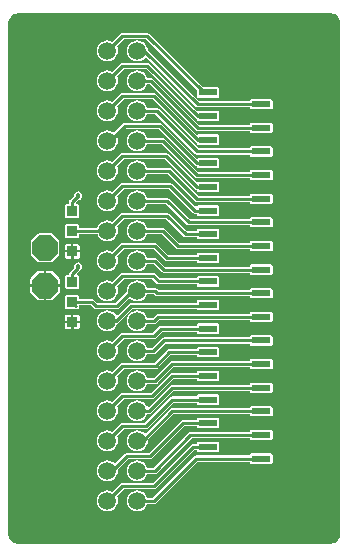
<source format=gtl>
%FSDAX24Y24*%
%MOIN*%
%SFA1B1*%

%IPPOS*%
%AMD13*
4,1,8,-0.017600,0.042500,-0.042500,0.017600,-0.042500,-0.017600,-0.017600,-0.042500,0.017600,-0.042500,0.042500,-0.017600,0.042500,0.017600,0.017600,0.042500,-0.017600,0.042500,0.0*
%
%ADD10C,0.010000*%
%ADD11R,0.037400X0.035430*%
%ADD12R,0.064960X0.023620*%
G04~CAMADD=13~4~0.0~0.0~850.0~850.0~0.0~249.0~0~0.0~0.0~0.0~0.0~0~0.0~0.0~0.0~0.0~0~0.0~0.0~0.0~45.0~850.0~850.0*
%ADD13D13*%
%ADD14C,0.118110*%
%ADD15C,0.059050*%
%ADD16C,0.018000*%
%LN32pinffc_breakout_pcb-1*%
%LPD*%
G36*
X052500Y042196D02*
X052562Y042170D01*
X052617Y042133*
X052665Y042086*
X052702Y042030*
X052727Y041969*
X052740Y041903*
Y041870*
Y024862*
Y024828*
X052727Y024763*
X052702Y024701*
X052665Y024646*
X052617Y024598*
X052562Y024561*
X052500Y024536*
X052435Y024523*
X041974*
X041908Y024536*
X041847Y024561*
X041791Y024598*
X041744Y024646*
X041707Y024701*
X041681Y024763*
X041668Y024828*
Y024862*
Y041870*
Y041903*
X041681Y041969*
X041707Y042030*
X041744Y042086*
X041791Y042133*
X041847Y042170*
X041908Y042196*
X041974Y042209*
X052435*
X052500Y042196*
G37*
%LN32pinffc_breakout_pcb-2*%
%LPC*%
G36*
X043759Y032151D02*
X043612D01*
X043566Y032132*
X043547Y032086*
Y031949*
X043759*
Y032151*
G37*
G36*
X043986D02*
X043839D01*
Y031949*
X044051*
Y032086*
X044032Y032132*
X043986Y032151*
G37*
G36*
X045972Y032304D02*
X045882Y032293D01*
X045798Y032258*
X045726Y032202*
X045670Y032130*
X045636Y032046*
X045624Y031956*
X045636Y031866*
X045670Y031782*
X045726Y031710*
X045798Y031655*
X045882Y031620*
X045972Y031608*
X046062Y031620*
X046146Y031655*
X046218Y031710*
X046274Y031782*
X046303Y031854*
X046523*
X046562Y031862*
X046595Y031884*
X046695Y031984*
X049719*
Y031968*
X049735Y031930*
X049773Y031914*
X050423*
X050461Y031930*
X050477Y031968*
Y032204*
X050461Y032243*
X050423Y032258*
X049773*
X049735Y032243*
X049719Y032204*
Y032188*
X046653*
X046614Y032180*
X046581Y032158*
X046481Y032058*
X046303*
X046274Y032130*
X046218Y032202*
X046146Y032258*
X046062Y032293*
X045972Y032304*
G37*
G36*
X043759Y031869D02*
X043547D01*
Y031732*
X043566Y031686*
X043612Y031667*
X043759*
Y031869*
G37*
G36*
X044051D02*
X043839D01*
Y031667*
X043986*
X044032Y031686*
X044051Y031732*
Y031869*
G37*
G36*
X048651Y032652D02*
X048002D01*
X047963Y032636*
X047947Y032598*
Y032558*
X045760*
X045721Y032550*
X045688Y032528*
X045315Y032155*
X045250Y032161*
X045218Y032202*
X045146Y032258*
X045062Y032293*
X044972Y032304*
X044882Y032293*
X044798Y032258*
X044726Y032202*
X044670Y032130*
X044636Y032046*
X044624Y031956*
X044636Y031866*
X044670Y031782*
X044726Y031710*
X044798Y031655*
X044882Y031620*
X044972Y031608*
X045062Y031620*
X045146Y031655*
X045218Y031710*
X045274Y031782*
X045308Y031866*
X045309Y031868*
X045332Y031884*
X045803Y032354*
X047950*
X047963Y032323*
X048002Y032308*
X048651*
X048689Y032323*
X048705Y032362*
Y032598*
X048689Y032636*
X048651Y032652*
G37*
G36*
X043996Y033902D02*
X043941Y033891D01*
X043895Y033860*
X043864Y033814*
X043853Y033759*
X043861Y033717*
X043727Y033583*
X043705Y033550*
X043697Y033511*
Y033479*
X043612*
X043573Y033463*
X043558Y033425*
Y033070*
X043573Y033032*
X043612Y033016*
X043986*
X044024Y033032*
X044040Y033070*
Y033425*
X044024Y033463*
X043986Y033479*
X043976*
X043957Y033525*
X044068Y033635*
X044072Y033642*
X044097Y033658*
X044127Y033705*
X044138Y033759*
X044127Y033814*
X044097Y033860*
X044050Y033891*
X043996Y033902*
G37*
G36*
X046503Y033558D02*
X045472D01*
X045433Y033550*
X045400Y033528*
X045134Y033263*
X045062Y033293*
X044972Y033305*
X044882Y033293*
X044798Y033258*
X044726Y033203*
X044670Y033130*
X044636Y033046*
X044624Y032956*
X044636Y032866*
X044670Y032782*
X044726Y032710*
X044798Y032655*
X044882Y032620*
X044972Y032608*
X045062Y032620*
X045146Y032655*
X045218Y032710*
X045274Y032782*
X045308Y032866*
X045320Y032956*
X045308Y033046*
X045278Y033119*
X045514Y033354*
X046461*
X046620Y033195*
X046653Y033173*
X046692Y033165*
X047947*
Y033149*
X047963Y033111*
X048002Y033095*
X048651*
X048689Y033111*
X048705Y033149*
Y033385*
X048689Y033424*
X048651Y033440*
X048002*
X047963Y033424*
X047947Y033385*
Y033369*
X046735*
X046576Y033528*
X046543Y033550*
X046503Y033558*
G37*
G36*
X045972Y033305D02*
X045882Y033293D01*
X045798Y033258*
X045726Y033203*
X045670Y033130*
X045636Y033046*
X045624Y032956*
X045626Y032938*
X045246Y032558*
X044632*
X044540Y032650*
X044507Y032672*
X044468Y032680*
X044040*
Y032755*
X044024Y032794*
X043986Y032810*
X043612*
X043573Y032794*
X043558Y032755*
Y032401*
X043573Y032363*
X043612Y032347*
X043986*
X044024Y032363*
X044040Y032401*
Y032476*
X044426*
X044518Y032384*
X044551Y032362*
X044590Y032354*
X045289*
X045328Y032362*
X045361Y032384*
X045689Y032712*
X045726Y032710*
X045798Y032655*
X045882Y032620*
X045972Y032608*
X046062Y032620*
X046146Y032655*
X046218Y032710*
X046274Y032782*
X046303Y032854*
X046509*
X046561Y032801*
X046594Y032779*
X046633Y032772*
X049719*
Y032755*
X049735Y032717*
X049773Y032701*
X050423*
X050461Y032717*
X050477Y032755*
Y032992*
X050461Y033030*
X050423Y033046*
X049773*
X049735Y033030*
X049719Y032992*
Y032976*
X046676*
X046623Y033028*
X046590Y033050*
X046551Y033058*
X046303*
X046274Y033130*
X046218Y033203*
X046146Y033258*
X046062Y033293*
X045972Y033305*
G37*
G36*
X042853Y033089D02*
X042403D01*
Y032917*
X042422Y032871*
X042635Y032659*
X042681Y032640*
X042853*
Y033089*
G37*
G36*
X043383D02*
X042933D01*
Y032640*
X043106*
X043152Y032659*
X043364Y032871*
X043383Y032917*
Y033089*
G37*
G36*
X048651Y031865D02*
X048002D01*
X047963Y031849*
X047947Y031811*
Y031794*
X046771*
X046732Y031787*
X046699Y031765*
X046493Y031558*
X045472*
X045433Y031550*
X045400Y031528*
X045134Y031263*
X045062Y031293*
X044972Y031305*
X044882Y031293*
X044798Y031258*
X044726Y031203*
X044670Y031130*
X044636Y031046*
X044624Y030956*
X044636Y030866*
X044670Y030782*
X044726Y030710*
X044798Y030655*
X044882Y030620*
X044972Y030608*
X045062Y030620*
X045146Y030655*
X045218Y030710*
X045274Y030782*
X045308Y030866*
X045320Y030956*
X045308Y031046*
X045278Y031119*
X045514Y031354*
X046535*
X046574Y031362*
X046607Y031384*
X046813Y031591*
X047947*
Y031574*
X047963Y031536*
X048002Y031520*
X048651*
X048689Y031536*
X048705Y031574*
Y031811*
X048689Y031849*
X048651Y031865*
G37*
G36*
Y028715D02*
X048002D01*
X047963Y028699*
X047947Y028661*
Y028645*
X047483*
X047444Y028637*
X047411Y028615*
X046354Y027558*
X045616*
X045577Y027550*
X045544Y027528*
X045218Y027202*
X045146Y027258*
X045062Y027293*
X044972Y027304*
X044882Y027293*
X044798Y027258*
X044726Y027202*
X044670Y027130*
X044636Y027046*
X044624Y026956*
X044636Y026866*
X044670Y026782*
X044726Y026710*
X044798Y026655*
X044882Y026620*
X044972Y026608*
X045062Y026620*
X045146Y026655*
X045218Y026710*
X045274Y026782*
X045308Y026866*
X045320Y026956*
X045313Y027009*
X045658Y027354*
X046397*
X046436Y027362*
X046469Y027384*
X047525Y028441*
X047947*
Y028425*
X047963Y028386*
X048002Y028371*
X048651*
X048689Y028386*
X048705Y028425*
Y028661*
X048689Y028699*
X048651Y028715*
G37*
G36*
X050423Y029109D02*
X049773D01*
X049735Y029093*
X049719Y029055*
Y029039*
X047126*
X047087Y029031*
X047053Y029009*
X046245Y028201*
X046218Y028203*
X046146Y028258*
X046062Y028293*
X045972Y028305*
X045882Y028293*
X045798Y028258*
X045726Y028203*
X045670Y028130*
X045636Y028046*
X045624Y027956*
X045636Y027866*
X045670Y027782*
X045726Y027710*
X045798Y027655*
X045882Y027620*
X045972Y027608*
X046062Y027620*
X046146Y027655*
X046218Y027710*
X046274Y027782*
X046308Y027866*
X046320Y027956*
X046317Y027983*
X047168Y028835*
X049719*
Y028818*
X049735Y028780*
X049773Y028764*
X050423*
X050461Y028780*
X050477Y028818*
Y029055*
X050461Y029093*
X050423Y029109*
G37*
G36*
Y028321D02*
X049773D01*
X049735Y028306*
X049719Y028267*
Y028251*
X047736*
X047697Y028243*
X047664Y028221*
X046501Y027058*
X046303*
X046274Y027130*
X046218Y027202*
X046146Y027258*
X046062Y027293*
X045972Y027304*
X045882Y027293*
X045798Y027258*
X045726Y027202*
X045670Y027130*
X045636Y027046*
X045624Y026956*
X045636Y026866*
X045670Y026782*
X045726Y026710*
X045798Y026655*
X045882Y026620*
X045972Y026608*
X046062Y026620*
X046146Y026655*
X046218Y026710*
X046274Y026782*
X046303Y026854*
X046543*
X046582Y026862*
X046615Y026884*
X047778Y028047*
X049719*
Y028031*
X049735Y027993*
X049773Y027977*
X050423*
X050461Y027993*
X050477Y028031*
Y028267*
X050461Y028306*
X050423Y028321*
G37*
G36*
Y027534D02*
X049773D01*
X049735Y027518*
X049719Y027480*
Y027464*
X047933*
X047894Y027456*
X047861Y027434*
X046485Y026058*
X046303*
X046274Y026130*
X046218Y026203*
X046146Y026258*
X046062Y026293*
X045972Y026305*
X045882Y026293*
X045798Y026258*
X045726Y026203*
X045670Y026130*
X045636Y026046*
X045624Y025956*
X045636Y025866*
X045670Y025782*
X045726Y025710*
X045798Y025655*
X045882Y025620*
X045972Y025608*
X046062Y025620*
X046146Y025655*
X046218Y025710*
X046274Y025782*
X046303Y025854*
X046527*
X046566Y025862*
X046599Y025884*
X047975Y027260*
X049719*
Y027244*
X049735Y027205*
X049773Y027190*
X050423*
X050461Y027205*
X050477Y027244*
Y027480*
X050461Y027518*
X050423Y027534*
G37*
G36*
X048651Y027928D02*
X048002D01*
X047963Y027912*
X047947Y027874*
Y027857*
X047834*
X047795Y027850*
X047762Y027828*
X046493Y026558*
X045472*
X045433Y026550*
X045400Y026528*
X045134Y026263*
X045062Y026293*
X044972Y026305*
X044882Y026293*
X044798Y026258*
X044726Y026203*
X044670Y026130*
X044636Y026046*
X044624Y025956*
X044636Y025866*
X044670Y025782*
X044726Y025710*
X044798Y025655*
X044882Y025620*
X044972Y025608*
X045062Y025620*
X045146Y025655*
X045218Y025710*
X045274Y025782*
X045308Y025866*
X045320Y025956*
X045308Y026046*
X045278Y026119*
X045514Y026354*
X046535*
X046574Y026362*
X046607Y026384*
X047876Y027653*
X047947*
Y027637*
X047963Y027599*
X048002Y027583*
X048651*
X048689Y027599*
X048705Y027637*
Y027874*
X048689Y027912*
X048651Y027928*
G37*
G36*
Y029502D02*
X048002D01*
X047963Y029487*
X047947Y029448*
Y029432*
X047126*
X047087Y029424*
X047053Y029402*
X046209Y028558*
X045472*
X045433Y028550*
X045400Y028528*
X045134Y028263*
X045062Y028293*
X044972Y028305*
X044882Y028293*
X044798Y028258*
X044726Y028203*
X044670Y028130*
X044636Y028046*
X044624Y027956*
X044636Y027866*
X044670Y027782*
X044726Y027710*
X044798Y027655*
X044882Y027620*
X044972Y027608*
X045062Y027620*
X045146Y027655*
X045218Y027710*
X045274Y027782*
X045308Y027866*
X045320Y027956*
X045308Y028046*
X045278Y028119*
X045514Y028354*
X046252*
X046291Y028362*
X046324Y028384*
X047168Y029228*
X047947*
Y029212*
X047963Y029174*
X048002Y029158*
X048651*
X048689Y029174*
X048705Y029212*
Y029448*
X048689Y029487*
X048651Y029502*
G37*
G36*
Y031077D02*
X048002D01*
X047963Y031061*
X047947Y031023*
Y031007*
X047027*
X046988Y030999*
X046955Y030977*
X046536Y030558*
X045472*
X045433Y030550*
X045400Y030528*
X045134Y030263*
X045062Y030293*
X044972Y030304*
X044882Y030293*
X044798Y030258*
X044726Y030202*
X044670Y030130*
X044636Y030046*
X044624Y029956*
X044636Y029866*
X044670Y029782*
X044726Y029710*
X044798Y029655*
X044882Y029620*
X044972Y029608*
X045062Y029620*
X045146Y029655*
X045218Y029710*
X045274Y029782*
X045308Y029866*
X045320Y029956*
X045308Y030046*
X045278Y030119*
X045514Y030354*
X046578*
X046617Y030362*
X046650Y030384*
X047069Y030803*
X047947*
Y030787*
X047963Y030749*
X048002Y030733*
X048651*
X048689Y030749*
X048705Y030787*
Y031023*
X048689Y031061*
X048651Y031077*
G37*
G36*
X050423Y031471D02*
X049773D01*
X049735Y031455*
X049719Y031417*
Y031401*
X046850*
X046811Y031393*
X046778Y031371*
X046465Y031058*
X046303*
X046274Y031130*
X046218Y031203*
X046146Y031258*
X046062Y031293*
X045972Y031305*
X045882Y031293*
X045798Y031258*
X045726Y031203*
X045670Y031130*
X045636Y031046*
X045624Y030956*
X045636Y030866*
X045670Y030782*
X045726Y030710*
X045798Y030655*
X045882Y030620*
X045972Y030608*
X046062Y030620*
X046146Y030655*
X046218Y030710*
X046274Y030782*
X046303Y030854*
X046507*
X046546Y030862*
X046580Y030884*
X046892Y031197*
X049719*
Y031181*
X049735Y031142*
X049773Y031127*
X050423*
X050461Y031142*
X050477Y031181*
Y031417*
X050461Y031455*
X050423Y031471*
G37*
G36*
Y030684D02*
X049773D01*
X049735Y030668*
X049719Y030629*
Y030613*
X047126*
X047087Y030606*
X047053Y030583*
X046528Y030058*
X046303*
X046274Y030130*
X046218Y030202*
X046146Y030258*
X046062Y030293*
X045972Y030304*
X045882Y030293*
X045798Y030258*
X045726Y030202*
X045670Y030130*
X045636Y030046*
X045624Y029956*
X045636Y029866*
X045670Y029782*
X045726Y029710*
X045798Y029655*
X045882Y029620*
X045972Y029608*
X046062Y029620*
X046146Y029655*
X046218Y029710*
X046274Y029782*
X046303Y029854*
X046570*
X046609Y029862*
X046643Y029884*
X047168Y030409*
X049719*
Y030393*
X049735Y030355*
X049773Y030339*
X050423*
X050461Y030355*
X050477Y030393*
Y030629*
X050461Y030668*
X050423Y030684*
G37*
G36*
Y029896D02*
X049773D01*
X049735Y029880*
X049719Y029842*
Y029826*
X047126*
X047087Y029818*
X047053Y029796*
X046345Y029088*
X046286Y029100*
X046274Y029130*
X046218Y029203*
X046146Y029258*
X046062Y029293*
X045972Y029305*
X045882Y029293*
X045798Y029258*
X045726Y029203*
X045670Y029130*
X045636Y029046*
X045624Y028956*
X045636Y028866*
X045670Y028782*
X045726Y028710*
X045798Y028655*
X045882Y028620*
X045972Y028608*
X046062Y028620*
X046146Y028655*
X046218Y028710*
X046274Y028782*
X046303Y028854*
X046358*
X046397Y028862*
X046430Y028884*
X047168Y029622*
X049719*
Y029606*
X049735Y029568*
X049773Y029552*
X050423*
X050461Y029568*
X050477Y029606*
Y029842*
X050461Y029880*
X050423Y029896*
G37*
G36*
X048651Y030290D02*
X048002D01*
X047963Y030274*
X047947Y030236*
Y030220*
X047126*
X047087Y030212*
X047053Y030190*
X046422Y029558*
X045472*
X045433Y029550*
X045400Y029528*
X045134Y029263*
X045062Y029293*
X044972Y029305*
X044882Y029293*
X044798Y029258*
X044726Y029203*
X044670Y029130*
X044636Y029046*
X044624Y028956*
X044636Y028866*
X044670Y028782*
X044726Y028710*
X044798Y028655*
X044882Y028620*
X044972Y028608*
X045062Y028620*
X045146Y028655*
X045218Y028710*
X045274Y028782*
X045308Y028866*
X045320Y028956*
X045308Y029046*
X045278Y029119*
X045514Y029354*
X046464*
X046503Y029362*
X046536Y029384*
X047168Y030016*
X047947*
Y030000*
X047963Y029961*
X048002Y029945*
X048651*
X048689Y029961*
X048705Y030000*
Y030236*
X048689Y030274*
X048651Y030290*
G37*
G36*
X046933Y037558D02*
X045472D01*
X045433Y037550*
X045400Y037528*
X045134Y037263*
X045062Y037293*
X044972Y037304*
X044882Y037293*
X044798Y037258*
X044726Y037202*
X044670Y037130*
X044636Y037046*
X044624Y036956*
X044636Y036866*
X044670Y036782*
X044726Y036710*
X044798Y036655*
X044882Y036620*
X044972Y036608*
X045062Y036620*
X045146Y036655*
X045218Y036710*
X045274Y036782*
X045308Y036866*
X045320Y036956*
X045308Y037046*
X045278Y037119*
X045514Y037354*
X046890*
X047900Y036345*
X047933Y036323*
X047947Y036320*
Y036299*
X047963Y036260*
X048002Y036245*
X048651*
X048689Y036260*
X048705Y036299*
Y036535*
X048689Y036573*
X048651Y036589*
X048002*
X047963Y036573*
X047960Y036573*
X047005Y037528*
X046972Y037550*
X046933Y037558*
G37*
G36*
X045972Y038305D02*
X045882Y038293D01*
X045798Y038258*
X045726Y038203*
X045670Y038130*
X045636Y038046*
X045624Y037956*
X045636Y037866*
X045670Y037782*
X045726Y037710*
X045798Y037655*
X045882Y037620*
X045972Y037608*
X046062Y037620*
X046146Y037655*
X046218Y037710*
X046274Y037782*
X046303Y037854*
X046768*
X047884Y036738*
X047917Y036716*
X047956Y036709*
X049719*
Y036692*
X049735Y036654*
X049773Y036638*
X050423*
X050461Y036654*
X050477Y036692*
Y036929*
X050461Y036967*
X050423Y036983*
X049773*
X049735Y036967*
X049719Y036929*
Y036913*
X047998*
X046883Y038028*
X046850Y038050*
X046811Y038058*
X046303*
X046274Y038130*
X046218Y038203*
X046146Y038258*
X046062Y038293*
X045972Y038305*
G37*
G36*
X046720Y038558D02*
X045543D01*
X045504Y038550*
X045471Y038528*
X045177Y038234*
X045146Y038258*
X045062Y038293*
X044972Y038305*
X044882Y038293*
X044798Y038258*
X044726Y038203*
X044670Y038130*
X044636Y038046*
X044624Y037956*
X044636Y037866*
X044670Y037782*
X044726Y037710*
X044798Y037655*
X044882Y037620*
X044972Y037608*
X045062Y037620*
X045146Y037655*
X045218Y037710*
X045274Y037782*
X045308Y037866*
X045320Y037956*
X045308Y038046*
X045299Y038068*
X045585Y038354*
X046678*
X047900Y037132*
X047933Y037110*
X047947Y037107*
Y037086*
X047963Y037048*
X048002Y037032*
X048651*
X048689Y037048*
X048705Y037086*
Y037322*
X048689Y037361*
X048651Y037376*
X048002*
X047963Y037361*
X047960Y037360*
X046792Y038528*
X046759Y038550*
X046720Y038558*
G37*
G36*
X043996Y036264D02*
X043941Y036253D01*
X043895Y036223*
X043864Y036176*
X043853Y036123*
X043727Y035997*
X043705Y035964*
X043697Y035925*
Y035841*
X043612*
X043573Y035825*
X043558Y035787*
Y035433*
X043573Y035394*
X043612Y035378*
X043986*
X044024Y035394*
X044040Y035433*
Y035787*
X044024Y035825*
X043986Y035841*
X043921*
X043909Y035891*
X043997Y035979*
X044050Y035990*
X044097Y036021*
X044127Y036067*
X044138Y036122*
X044127Y036176*
X044097Y036223*
X044050Y036253*
X043996Y036264*
G37*
G36*
X047066Y036558D02*
X045472D01*
X045433Y036550*
X045400Y036528*
X045134Y036263*
X045062Y036293*
X044972Y036305*
X044882Y036293*
X044798Y036258*
X044726Y036203*
X044670Y036130*
X044636Y036046*
X044624Y035956*
X044636Y035866*
X044670Y035782*
X044726Y035710*
X044798Y035655*
X044882Y035620*
X044972Y035608*
X045062Y035620*
X045146Y035655*
X045218Y035710*
X045274Y035782*
X045308Y035866*
X045320Y035956*
X045308Y036046*
X045278Y036119*
X045514Y036354*
X047024*
X047821Y035557*
X047854Y035535*
X047893Y035528*
X047947*
Y035511*
X047963Y035473*
X048002Y035457*
X048651*
X048689Y035473*
X048705Y035511*
Y035748*
X048689Y035786*
X048651Y035802*
X048002*
X047963Y035786*
X047960Y035778*
X047901Y035766*
X047139Y036528*
X047106Y036550*
X047066Y036558*
G37*
G36*
X045972Y037304D02*
X045882Y037293D01*
X045798Y037258*
X045726Y037202*
X045670Y037130*
X045636Y037046*
X045624Y036956*
X045636Y036866*
X045670Y036782*
X045726Y036710*
X045798Y036655*
X045882Y036620*
X045972Y036608*
X046062Y036620*
X046146Y036655*
X046218Y036710*
X046274Y036782*
X046303Y036854*
X046997*
X047900Y035951*
X047933Y035929*
X047972Y035921*
X049719*
Y035905*
X049735Y035867*
X049773Y035851*
X050423*
X050461Y035867*
X050477Y035905*
Y036141*
X050461Y036180*
X050423Y036195*
X049773*
X049735Y036180*
X049719Y036141*
Y036125*
X048014*
X047111Y037028*
X047078Y037050*
X047039Y037058*
X046303*
X046274Y037130*
X046218Y037202*
X046146Y037258*
X046062Y037293*
X045972Y037304*
G37*
G36*
X046307Y040558D02*
X045472D01*
X045433Y040550*
X045400Y040528*
X045134Y040263*
X045062Y040293*
X044972Y040305*
X044882Y040293*
X044798Y040258*
X044726Y040203*
X044670Y040130*
X044636Y040046*
X044624Y039956*
X044636Y039866*
X044670Y039782*
X044726Y039710*
X044798Y039655*
X044882Y039620*
X044972Y039608*
X045062Y039620*
X045146Y039655*
X045218Y039710*
X045274Y039782*
X045308Y039866*
X045320Y039956*
X045308Y040046*
X045278Y040119*
X045514Y040354*
X046264*
X047912Y038707*
X047945Y038685*
X047947Y038684*
Y038661*
X047963Y038623*
X048002Y038607*
X048651*
X048689Y038623*
X048705Y038661*
Y038897*
X048689Y038935*
X048651Y038951*
X048002*
X047969Y038938*
X046379Y040528*
X046346Y040550*
X046307Y040558*
G37*
G36*
X045972Y041305D02*
X045882Y041293D01*
X045798Y041258*
X045726Y041203*
X045670Y041130*
X045636Y041046*
X045624Y040956*
X045636Y040866*
X045670Y040782*
X045726Y040710*
X045798Y040655*
X045882Y040620*
X045972Y040608*
X046062Y040620*
X046146Y040655*
X046218Y040710*
X046228Y040723*
X046278Y040726*
X047904Y039101*
X047937Y039079*
X047976Y039071*
X049719*
Y039055*
X049735Y039016*
X049773Y039001*
X050423*
X050461Y039016*
X050477Y039055*
Y039291*
X050461Y039329*
X050423Y039345*
X049773*
X049735Y039329*
X049719Y039291*
Y039275*
X048018*
X046318Y040975*
X046308Y041046*
X046274Y041130*
X046218Y041203*
X046146Y041258*
X046062Y041293*
X045972Y041305*
G37*
G36*
X046299Y041558D02*
X045472D01*
X045433Y041550*
X045400Y041528*
X045134Y041263*
X045062Y041293*
X044972Y041305*
X044882Y041293*
X044798Y041258*
X044726Y041203*
X044670Y041130*
X044636Y041046*
X044624Y040956*
X044636Y040866*
X044670Y040782*
X044726Y040710*
X044798Y040655*
X044882Y040620*
X044972Y040608*
X045062Y040620*
X045146Y040655*
X045218Y040710*
X045274Y040782*
X045308Y040866*
X045320Y040956*
X045308Y041046*
X045278Y041119*
X045514Y041354*
X046257*
X047947Y039663*
Y039448*
X047963Y039410*
X048002Y039394*
X048651*
X048689Y039410*
X048705Y039448*
Y039685*
X048689Y039723*
X048651Y039739*
X048160*
X046371Y041528*
X046338Y041550*
X046299Y041558*
G37*
G36*
X045972Y039305D02*
X045882Y039293D01*
X045798Y039258*
X045726Y039202*
X045670Y039130*
X045636Y039046*
X045624Y038956*
X045636Y038866*
X045670Y038782*
X045726Y038710*
X045798Y038655*
X045882Y038620*
X045972Y038608*
X046062Y038620*
X046146Y038655*
X046218Y038710*
X046274Y038782*
X046303Y038854*
X046571*
X047900Y037526*
X047933Y037504*
X047972Y037496*
X049719*
Y037480*
X049735Y037442*
X049773Y037426*
X050423*
X050461Y037442*
X050477Y037480*
Y037716*
X050461Y037754*
X050423Y037770*
X049773*
X049735Y037754*
X049719Y037716*
Y037700*
X048014*
X046686Y039028*
X046653Y039050*
X046614Y039058*
X046303*
X046274Y039130*
X046218Y039202*
X046146Y039258*
X046062Y039293*
X045972Y039305*
G37*
G36*
X046519Y039558D02*
X045472D01*
X045433Y039550*
X045400Y039528*
X045134Y039263*
X045062Y039293*
X044972Y039305*
X044882Y039293*
X044798Y039258*
X044726Y039202*
X044670Y039130*
X044636Y039046*
X044624Y038956*
X044636Y038866*
X044670Y038782*
X044726Y038710*
X044798Y038655*
X044882Y038620*
X044972Y038608*
X045062Y038620*
X045146Y038655*
X045218Y038710*
X045274Y038782*
X045308Y038866*
X045320Y038956*
X045308Y039046*
X045278Y039119*
X045514Y039354*
X046477*
X047912Y037920*
X047945Y037897*
X047947Y037897*
Y037874*
X047963Y037835*
X048002Y037819*
X048651*
X048689Y037835*
X048705Y037874*
Y038110*
X048689Y038148*
X048651Y038164*
X048002*
X047969Y038151*
X046591Y039528*
X046558Y039550*
X046519Y039558*
G37*
G36*
X045972Y040305D02*
X045882Y040293D01*
X045798Y040258*
X045726Y040203*
X045670Y040130*
X045636Y040046*
X045624Y039956*
X045636Y039866*
X045670Y039782*
X045726Y039710*
X045798Y039655*
X045882Y039620*
X045972Y039608*
X046062Y039620*
X046146Y039655*
X046218Y039710*
X046274Y039782*
X046303Y039854*
X046371*
X047912Y038313*
X047945Y038291*
X047984Y038283*
X049719*
Y038267*
X049735Y038229*
X049773Y038213*
X050423*
X050461Y038229*
X050477Y038267*
Y038503*
X050461Y038542*
X050423Y038558*
X049773*
X049735Y038542*
X049719Y038503*
Y038487*
X048026*
X046485Y040028*
X046452Y040050*
X046413Y040058*
X046303*
X046274Y040130*
X046218Y040203*
X046146Y040258*
X046062Y040293*
X045972Y040305*
G37*
G36*
X046547Y034558D02*
X045472D01*
X045433Y034550*
X045400Y034528*
X045134Y034263*
X045062Y034293*
X044972Y034305*
X044882Y034293*
X044798Y034258*
X044726Y034203*
X044670Y034130*
X044636Y034046*
X044624Y033956*
X044636Y033866*
X044670Y033782*
X044726Y033710*
X044798Y033655*
X044882Y033620*
X044972Y033608*
X045062Y033620*
X045146Y033655*
X045218Y033710*
X045274Y033782*
X045308Y033866*
X045320Y033956*
X045308Y034046*
X045278Y034119*
X045514Y034354*
X046505*
X046876Y033983*
X046909Y033960*
X046948Y033953*
X047947*
Y033937*
X047963Y033898*
X048002Y033882*
X048651*
X048689Y033898*
X048705Y033937*
Y034173*
X048689Y034211*
X048651Y034227*
X048002*
X047963Y034211*
X047947Y034173*
Y034157*
X046991*
X046619Y034528*
X046586Y034550*
X046547Y034558*
G37*
G36*
X042681Y034868D02*
X042642Y034853D01*
X042430Y034640*
X042414Y034602*
Y034177*
X042430Y034139*
X042642Y033926*
X042681Y033910*
X043106*
X043144Y033926*
X043357Y034139*
X043372Y034177*
Y034602*
X043357Y034640*
X043144Y034853*
X043106Y034868*
X042681*
G37*
G36*
X043759Y034231D02*
X043547D01*
Y034094*
X043566Y034048*
X043612Y034029*
X043759*
Y034231*
G37*
G36*
X042853Y033619D02*
X042681D01*
X042635Y033600*
X042422Y033388*
X042403Y033342*
Y033169*
X042853*
Y033619*
G37*
G36*
X043106D02*
X042933D01*
Y033169*
X043383*
Y033342*
X043364Y033388*
X043152Y033600*
X043138Y033606*
X043106Y033619*
G37*
G36*
X045972Y034305D02*
X045882Y034293D01*
X045798Y034258*
X045726Y034203*
X045670Y034130*
X045636Y034046*
X045624Y033956*
X045636Y033866*
X045670Y033782*
X045726Y033710*
X045798Y033655*
X045882Y033620*
X045972Y033608*
X046062Y033620*
X046146Y033655*
X046218Y033710*
X046274Y033782*
X046303Y033854*
X046512*
X046778Y033589*
X046811Y033567*
X046850Y033559*
X049719*
Y033543*
X049735Y033505*
X049773Y033489*
X050423*
X050461Y033505*
X050477Y033543*
Y033779*
X050461Y033817*
X050423Y033833*
X049773*
X049735Y033817*
X049719Y033779*
Y033763*
X046892*
X046627Y034028*
X046594Y034050*
X046555Y034058*
X046303*
X046274Y034130*
X046218Y034203*
X046146Y034258*
X046062Y034293*
X045972Y034305*
G37*
G36*
X043986Y034513D02*
X043839D01*
Y034311*
X044051*
Y034448*
X044032Y034494*
X043986Y034513*
G37*
G36*
X046964Y035558D02*
X045472D01*
X045433Y035550*
X045400Y035528*
X045134Y035263*
X045062Y035293*
X044972Y035304*
X044882Y035293*
X044798Y035258*
X044726Y035202*
X044670Y035130*
X044636Y035046*
X044635Y035042*
X044040*
Y035118*
X044024Y035156*
X043986Y035172*
X043612*
X043573Y035156*
X043558Y035118*
Y034763*
X043573Y034725*
X043612Y034709*
X043986*
X044024Y034725*
X044040Y034763*
Y034839*
X044647*
X044670Y034782*
X044726Y034710*
X044798Y034655*
X044882Y034620*
X044972Y034608*
X045062Y034620*
X045146Y034655*
X045218Y034710*
X045274Y034782*
X045308Y034866*
X045320Y034956*
X045308Y035046*
X045278Y035119*
X045514Y035354*
X046922*
X047506Y034770*
X047539Y034748*
X047578Y034740*
X047947*
Y034724*
X047963Y034686*
X048002Y034670*
X048651*
X048689Y034686*
X048705Y034724*
Y034960*
X048689Y034998*
X048651Y035014*
X048002*
X047963Y034998*
X047947Y034960*
Y034944*
X047621*
X047036Y035528*
X047003Y035550*
X046964Y035558*
G37*
G36*
X045972Y036305D02*
X045882Y036293D01*
X045798Y036258*
X045726Y036203*
X045670Y036130*
X045636Y036046*
X045624Y035956*
X045636Y035866*
X045670Y035782*
X045726Y035710*
X045798Y035655*
X045882Y035620*
X045972Y035608*
X046062Y035620*
X046146Y035655*
X046218Y035710*
X046274Y035782*
X046303Y035854*
X046914*
X047605Y035164*
X047638Y035142*
X047677Y035134*
X049719*
Y035118*
X049735Y035079*
X049773Y035064*
X050423*
X050461Y035079*
X050477Y035118*
Y035354*
X050461Y035392*
X050423Y035408*
X049773*
X049735Y035392*
X049719Y035354*
Y035338*
X047719*
X047028Y036028*
X046995Y036050*
X046956Y036058*
X046303*
X046274Y036130*
X046218Y036203*
X046146Y036258*
X046062Y036293*
X045972Y036305*
G37*
G36*
X044051Y034231D02*
X043839D01*
Y034029*
X043986*
X044032Y034048*
X044051Y034094*
Y034231*
G37*
G36*
X045972Y035304D02*
X045882Y035293D01*
X045798Y035258*
X045726Y035202*
X045670Y035130*
X045636Y035046*
X045624Y034956*
X045636Y034866*
X045670Y034782*
X045726Y034710*
X045798Y034655*
X045882Y034620*
X045972Y034608*
X046062Y034620*
X046146Y034655*
X046218Y034710*
X046274Y034782*
X046303Y034854*
X046777*
X047255Y034376*
X047288Y034354*
X047327Y034346*
X049719*
Y034330*
X049735Y034292*
X049773Y034276*
X050423*
X050461Y034292*
X050477Y034330*
Y034566*
X050461Y034605*
X050423Y034621*
X049773*
X049735Y034605*
X049719Y034566*
Y034550*
X047369*
X046891Y035028*
X046858Y035050*
X046819Y035058*
X046303*
X046274Y035130*
X046218Y035202*
X046146Y035258*
X046062Y035293*
X045972Y035304*
G37*
G36*
X043759Y034513D02*
X043612D01*
X043566Y034494*
X043547Y034448*
Y034311*
X043759*
Y034513*
G37*
%LN32pinffc_breakout_pcb-3*%
%LPD*%
G54D10*
X043799Y032578D02*
D01*
X043799Y032570*
X043800Y032562*
X043801Y032554*
X043803Y032546*
X043806Y032538*
X043809Y032530*
X043813Y032523*
X043817Y032516*
X043821Y032509*
X043826Y032502*
X043832Y032496*
X043838Y032490*
X043844Y032485*
X043851Y032480*
X043858Y032476*
X043865Y032472*
X043873Y032469*
X043880Y032466*
X043888Y032464*
X043896Y032462*
X043904Y032461*
X043913Y032460*
X043917Y032460*
X046503Y033456D02*
X046692Y033267D01*
X045472Y033456D02*
X046503D01*
X044972Y032956D02*
X045472Y033456D01*
X045289Y032456D02*
X045789Y032956D01*
X044590Y032456D02*
X045289D01*
X044468Y032578D02*
X044590Y032456D01*
X045789Y032956D02*
X045972D01*
X045760Y032456D02*
X048303D01*
X045260Y031956D02*
X045760Y032456D01*
X044972Y031956D02*
X045260D01*
X047984Y037992D02*
X048326D01*
X046519Y039456D02*
X047984Y037992D01*
X045472Y039456D02*
X046519D01*
X047984Y038385D02*
X050098D01*
X046413Y039956D02*
X047984Y038385D01*
X045972Y039956D02*
X046413D01*
X047976Y039173D02*
X050098D01*
X046192Y040956D02*
X047976Y039173D01*
X046173Y040956D02*
X046192D01*
X047984Y038779D02*
X048326D01*
X046307Y040456D02*
X047984Y038779D01*
X045472Y040456D02*
X046307D01*
X043996Y033708D02*
Y033759D01*
X043799Y033511D02*
X043996Y033708D01*
X043799Y033248D02*
Y033511D01*
Y034019D02*
Y034271D01*
X043602Y033822D02*
X043799Y034019D01*
X043602Y033759D02*
Y033822D01*
X045616Y027456D02*
X046397D01*
X047483Y028543*
X045116Y026956D02*
X045616Y027456D01*
X047483Y028543D02*
X048326D01*
X044972Y026956D02*
X045116D01*
X046252Y028456D02*
X047126Y029330D01*
X045472Y028456D02*
X046252D01*
X044972Y027956D02*
X045472Y028456D01*
X046464Y029456D02*
X047126Y030118D01*
X045472Y029456D02*
X046464D01*
X044972Y028956D02*
X045472Y029456D01*
X046578Y030456D02*
X047027Y030905D01*
X045472Y030456D02*
X046578D01*
X044972Y029956D02*
X045472Y030456D01*
X048303Y032456D02*
X048326Y032480D01*
X046547Y034456D02*
X046948Y034055D01*
X045472Y034456D02*
X046547D01*
X044972Y033956D02*
X045472Y034456D01*
X046964Y035456D02*
X047578Y034842D01*
X045472Y035456D02*
X046964D01*
X044972Y034956D02*
X045472Y035456D01*
X046933Y037456D02*
X047972Y036417D01*
X045472Y037456D02*
X046933D01*
X044972Y036956D02*
X045472Y037456D01*
X046720Y038456D02*
X047972Y037204D01*
X045543Y038456D02*
X046720D01*
X045043Y037956D02*
X045543Y038456D01*
X044972Y038956D02*
X045472Y039456D01*
X044972Y039956D02*
X045472Y040456D01*
X046299Y041456D02*
X048189Y039566D01*
X045472Y041456D02*
X046299D01*
X045090Y041074D02*
X045472Y041456D01*
X048189Y039566D02*
X048326D01*
X047066Y036456D02*
X047893Y035629D01*
X045472Y036456D02*
X047066D01*
X044972Y035956D02*
X045472Y036456D01*
X046535Y026456D02*
X047834Y027755D01*
X045472Y026456D02*
X046535D01*
X044972Y025956D02*
X045472Y026456D01*
X043799Y031594D02*
Y031909D01*
X043602Y031397D02*
X043799Y031594D01*
Y035610D02*
Y035925D01*
X043996Y036122*
X047972Y037598D02*
X050098D01*
X046614Y038956D02*
X047972Y037598D01*
X045972Y038956D02*
X046614D01*
X047972Y037204D02*
X048326D01*
X047972Y036417D02*
X048326D01*
X047972Y036023D02*
X050098D01*
X047039Y036956D02*
X047972Y036023D01*
X045972Y036956D02*
X047039D01*
X046956Y035956D02*
X047677Y035236D01*
X045972Y035956D02*
X046956D01*
X047677Y035236D02*
X050098D01*
X047578Y034842D02*
X048326D01*
X046819Y034956D02*
X047327Y034448D01*
X045972Y034956D02*
X046819D01*
X046692Y033267D02*
X048326D01*
X046535Y031456D02*
X046771Y031692D01*
X045472Y031456D02*
X046535D01*
X044972Y030956D02*
X045472Y031456D01*
X046771Y031692D02*
X048326D01*
X045972Y037956D02*
X046811D01*
X047956Y036811*
X050098*
X047327Y034448D02*
X050098D01*
X046948Y034055D02*
X048326D01*
X046527Y025956D02*
X047933Y027362D01*
X046543Y026956D02*
X047736Y028149D01*
X046145Y027956D02*
X047126Y028937D01*
X045972Y027956D02*
X046145D01*
X047126Y028937D02*
X050098D01*
X046358Y028956D02*
X047126Y029724D01*
X045972Y028956D02*
X046358D01*
X047933Y027362D02*
X050098D01*
X047736Y028149D02*
X050098D01*
X047126Y029724D02*
X050098D01*
X046570Y029956D02*
X047126Y030511D01*
X050098*
X046850Y033661D02*
X050098D01*
X046555Y033956D02*
X046850Y033661D01*
X046507Y030956D02*
X046850Y031299D01*
X050098*
X046653Y032086D02*
X050098D01*
X046551Y032956D02*
X046633Y032874D01*
X050098*
X047834Y027755D02*
X048326D01*
X047126Y029330D02*
X048326D01*
X047126Y030118D02*
X048326D01*
X047027Y030905D02*
X048326D01*
X047893Y035629D02*
X048326D01*
X045090Y040956D02*
Y041074D01*
X044956Y034941D02*
X044972Y034956D01*
X043799Y034941D02*
X044956D01*
X043799Y032578D02*
X044468D01*
X045972Y029956D02*
X046570D01*
X046523Y031956D02*
X046653Y032086D01*
X045972Y031956D02*
X046523D01*
X045972Y032956D02*
X046551D01*
X045972Y025956D02*
X046527D01*
X045972Y026956D02*
X046543D01*
X045972Y030956D02*
X046507D01*
X045972Y033956D02*
X046555D01*
X044972Y037956D02*
X045043D01*
X044972Y040956D02*
X045090D01*
G54D11*
X043799Y031909D03*
Y033248D03*
Y032578D03*
Y034271D03*
Y035610D03*
Y034941D03*
G54D12*
X048326Y033267D03*
X050098Y027362D03*
X048326Y027755D03*
X050098Y028149D03*
X048326Y028543D03*
X050098Y028937D03*
X048326Y029330D03*
X050098Y029724D03*
X048326Y030118D03*
X050098Y030511D03*
X048326Y030905D03*
X050098Y031299D03*
X048326Y031692D03*
X050098Y032086D03*
X048326Y032480D03*
X050098Y032874D03*
X048326Y034055D03*
X050098Y033661D03*
X048326Y034842D03*
X050098Y034448D03*
X048326Y035629D03*
X050098Y035236D03*
X048326Y037204D03*
X050098Y036023D03*
X048326Y036417D03*
X050098Y036811D03*
X048326Y037992D03*
X050098Y037598D03*
X048326Y038779D03*
X050098Y038385D03*
Y039173D03*
X048326Y039566D03*
G54D13*
X042893Y034389D03*
Y033129D03*
G54D14*
X051377Y025885D03*
X043011D03*
X051377Y040846D03*
X043011D03*
G54D15*
X045972Y026956D03*
X044972D03*
X045972Y040956D03*
Y039956D03*
Y038956D03*
Y037956D03*
Y036956D03*
X044972Y040956D03*
Y039956D03*
Y038956D03*
Y037956D03*
Y036956D03*
Y032956D03*
Y033956D03*
Y034956D03*
Y035956D03*
X045972Y032956D03*
Y033956D03*
Y034956D03*
Y035956D03*
Y031956D03*
Y030956D03*
Y029956D03*
X044972Y031956D03*
Y030956D03*
Y029956D03*
Y027956D03*
Y028956D03*
X045972Y027956D03*
Y028956D03*
X044972Y025956D03*
X045972D03*
G54D16*
X043602Y031397D03*
X043996Y036122D03*
Y033759D03*
X043602D03*
X043011Y026700D03*
X042197Y025885D03*
X043011Y025071D03*
X043826Y025885D03*
X050802Y026461D03*
Y025310D03*
X051953D03*
Y026461D03*
X052192Y040846D03*
X051377Y040032D03*
X050563Y040846D03*
X051377Y041660D03*
X043587Y041422D03*
Y040270D03*
X042436D03*
Y041422D03*
X041908Y041988D03*
X052476Y024775D03*
X041908Y024767D03*
X047220Y041000D03*
X052035Y027255D03*
X045421Y025153D03*
X048098Y025622D03*
X050917Y031710D03*
X050858Y034842D03*
X050862Y037248D03*
X049500Y028500D03*
X048000Y040500D03*
X051750Y039000D03*
X052500Y034500D03*
X051750Y033000D03*
X042000Y037500D03*
X044250Y039000D03*
X043500Y028500D03*
X042750Y039000D03*
X051750Y030000D03*
Y036000D03*
X052500Y028500D03*
X042000Y034500D03*
X042750Y036000D03*
X051000Y028500D03*
X052500Y031500D03*
Y037500D03*
X042000Y031500D03*
X050250Y027000D03*
X043500Y037500D03*
X042000Y028500D03*
X049500Y040500D03*
X048750Y027000D03*
X042750Y030000D03*
M02*
</source>
